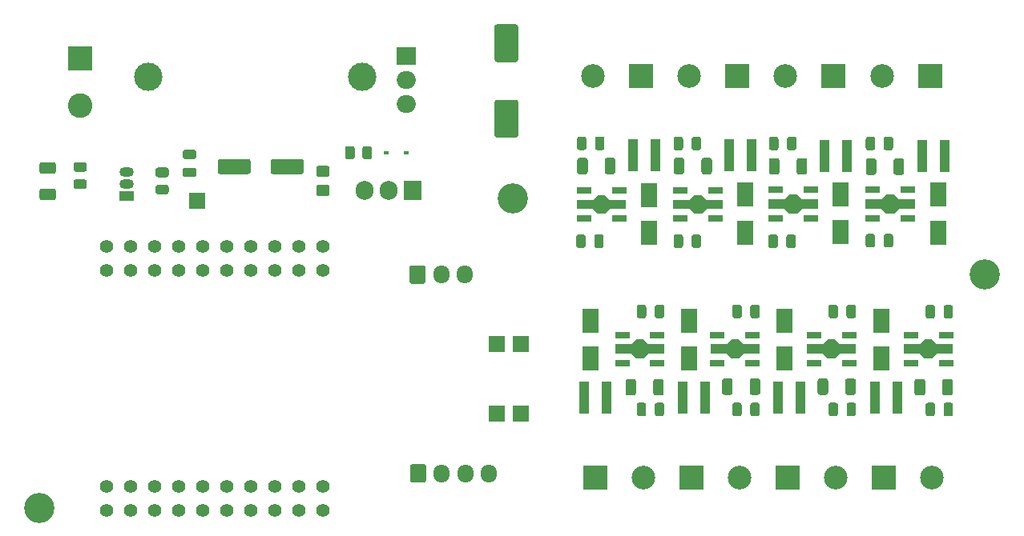
<source format=gts>
G04 #@! TF.GenerationSoftware,KiCad,Pcbnew,5.1.12-84ad8e8a86~92~ubuntu20.04.1*
G04 #@! TF.CreationDate,2021-11-06T00:10:49+01:00*
G04 #@! TF.ProjectId,CC dimmer low voltage,43432064-696d-46d6-9572-206c6f772076,0.98*
G04 #@! TF.SameCoordinates,Original*
G04 #@! TF.FileFunction,Soldermask,Top*
G04 #@! TF.FilePolarity,Negative*
%FSLAX46Y46*%
G04 Gerber Fmt 4.6, Leading zero omitted, Abs format (unit mm)*
G04 Created by KiCad (PCBNEW 5.1.12-84ad8e8a86~92~ubuntu20.04.1) date 2021-11-06 00:10:49*
%MOMM*%
%LPD*%
G01*
G04 APERTURE LIST*
%ADD10R,0.980000X3.400000*%
%ADD11C,3.000000*%
%ADD12R,1.700000X1.700000*%
%ADD13R,1.800000X2.500000*%
%ADD14C,3.200000*%
%ADD15R,0.600000X0.450000*%
%ADD16O,1.700000X1.950000*%
%ADD17O,2.000000X1.905000*%
%ADD18R,2.000000X1.905000*%
%ADD19O,1.500000X1.050000*%
%ADD20R,1.500000X1.050000*%
%ADD21R,1.905000X2.000000*%
%ADD22O,1.905000X2.000000*%
%ADD23R,2.600000X2.600000*%
%ADD24C,2.600000*%
%ADD25R,1.500000X0.700000*%
%ADD26C,0.150000*%
%ADD27C,1.400000*%
%ADD28C,2.500000*%
%ADD29R,2.500000X2.500000*%
G04 APERTURE END LIST*
G36*
G01*
X159235200Y-98516200D02*
X159235200Y-97566200D01*
G75*
G02*
X159485200Y-97316200I250000J0D01*
G01*
X159985200Y-97316200D01*
G75*
G02*
X160235200Y-97566200I0J-250000D01*
G01*
X160235200Y-98516200D01*
G75*
G02*
X159985200Y-98766200I-250000J0D01*
G01*
X159485200Y-98766200D01*
G75*
G02*
X159235200Y-98516200I0J250000D01*
G01*
G37*
G36*
G01*
X157335200Y-98516200D02*
X157335200Y-97566200D01*
G75*
G02*
X157585200Y-97316200I250000J0D01*
G01*
X158085200Y-97316200D01*
G75*
G02*
X158335200Y-97566200I0J-250000D01*
G01*
X158335200Y-98516200D01*
G75*
G02*
X158085200Y-98766200I-250000J0D01*
G01*
X157585200Y-98766200D01*
G75*
G02*
X157335200Y-98516200I0J250000D01*
G01*
G37*
D10*
X158159000Y-114576600D03*
X160529000Y-114576600D03*
X168547600Y-114576600D03*
X170917600Y-114576600D03*
X178665600Y-114576600D03*
X181035600Y-114576600D03*
X188893000Y-114576600D03*
X191263000Y-114576600D03*
X196266800Y-88998800D03*
X193896800Y-88998800D03*
X185929000Y-88998800D03*
X183559000Y-88998800D03*
X175845200Y-88948000D03*
X173475200Y-88948000D03*
X165659800Y-88973400D03*
X163289800Y-88973400D03*
D11*
X134731400Y-80642200D03*
X112131400Y-80642200D03*
D12*
X151492000Y-116325000D03*
X151502000Y-108905000D03*
D13*
X189570000Y-106429800D03*
X189570000Y-110429800D03*
D14*
X150652000Y-93545000D03*
D13*
X169224600Y-110429800D03*
X169224600Y-106429800D03*
G36*
G01*
X157411400Y-88153000D02*
X157411400Y-87203000D01*
G75*
G02*
X157661400Y-86953000I250000J0D01*
G01*
X158161400Y-86953000D01*
G75*
G02*
X158411400Y-87203000I0J-250000D01*
G01*
X158411400Y-88153000D01*
G75*
G02*
X158161400Y-88403000I-250000J0D01*
G01*
X157661400Y-88403000D01*
G75*
G02*
X157411400Y-88153000I0J250000D01*
G01*
G37*
G36*
G01*
X159311400Y-88153000D02*
X159311400Y-87203000D01*
G75*
G02*
X159561400Y-86953000I250000J0D01*
G01*
X160061400Y-86953000D01*
G75*
G02*
X160311400Y-87203000I0J-250000D01*
G01*
X160311400Y-88153000D01*
G75*
G02*
X160061400Y-88403000I-250000J0D01*
G01*
X159561400Y-88403000D01*
G75*
G02*
X159311400Y-88153000I0J250000D01*
G01*
G37*
G36*
G01*
X167622200Y-98516200D02*
X167622200Y-97566200D01*
G75*
G02*
X167872200Y-97316200I250000J0D01*
G01*
X168372200Y-97316200D01*
G75*
G02*
X168622200Y-97566200I0J-250000D01*
G01*
X168622200Y-98516200D01*
G75*
G02*
X168372200Y-98766200I-250000J0D01*
G01*
X167872200Y-98766200D01*
G75*
G02*
X167622200Y-98516200I0J250000D01*
G01*
G37*
G36*
G01*
X169522200Y-98516200D02*
X169522200Y-97566200D01*
G75*
G02*
X169772200Y-97316200I250000J0D01*
G01*
X170272200Y-97316200D01*
G75*
G02*
X170522200Y-97566200I0J-250000D01*
G01*
X170522200Y-98516200D01*
G75*
G02*
X170272200Y-98766200I-250000J0D01*
G01*
X169772200Y-98766200D01*
G75*
G02*
X169522200Y-98516200I0J250000D01*
G01*
G37*
G36*
G01*
X167622200Y-88178400D02*
X167622200Y-87228400D01*
G75*
G02*
X167872200Y-86978400I250000J0D01*
G01*
X168372200Y-86978400D01*
G75*
G02*
X168622200Y-87228400I0J-250000D01*
G01*
X168622200Y-88178400D01*
G75*
G02*
X168372200Y-88428400I-250000J0D01*
G01*
X167872200Y-88428400D01*
G75*
G02*
X167622200Y-88178400I0J250000D01*
G01*
G37*
G36*
G01*
X169522200Y-88178400D02*
X169522200Y-87228400D01*
G75*
G02*
X169772200Y-86978400I250000J0D01*
G01*
X170272200Y-86978400D01*
G75*
G02*
X170522200Y-87228400I0J-250000D01*
G01*
X170522200Y-88178400D01*
G75*
G02*
X170272200Y-88428400I-250000J0D01*
G01*
X169772200Y-88428400D01*
G75*
G02*
X169522200Y-88178400I0J250000D01*
G01*
G37*
G36*
G01*
X177629800Y-98516200D02*
X177629800Y-97566200D01*
G75*
G02*
X177879800Y-97316200I250000J0D01*
G01*
X178379800Y-97316200D01*
G75*
G02*
X178629800Y-97566200I0J-250000D01*
G01*
X178629800Y-98516200D01*
G75*
G02*
X178379800Y-98766200I-250000J0D01*
G01*
X177879800Y-98766200D01*
G75*
G02*
X177629800Y-98516200I0J250000D01*
G01*
G37*
G36*
G01*
X179529800Y-98516200D02*
X179529800Y-97566200D01*
G75*
G02*
X179779800Y-97316200I250000J0D01*
G01*
X180279800Y-97316200D01*
G75*
G02*
X180529800Y-97566200I0J-250000D01*
G01*
X180529800Y-98516200D01*
G75*
G02*
X180279800Y-98766200I-250000J0D01*
G01*
X179779800Y-98766200D01*
G75*
G02*
X179529800Y-98516200I0J250000D01*
G01*
G37*
G36*
G01*
X179606000Y-88178400D02*
X179606000Y-87228400D01*
G75*
G02*
X179856000Y-86978400I250000J0D01*
G01*
X180356000Y-86978400D01*
G75*
G02*
X180606000Y-87228400I0J-250000D01*
G01*
X180606000Y-88178400D01*
G75*
G02*
X180356000Y-88428400I-250000J0D01*
G01*
X179856000Y-88428400D01*
G75*
G02*
X179606000Y-88178400I0J250000D01*
G01*
G37*
G36*
G01*
X177706000Y-88178400D02*
X177706000Y-87228400D01*
G75*
G02*
X177956000Y-86978400I250000J0D01*
G01*
X178456000Y-86978400D01*
G75*
G02*
X178706000Y-87228400I0J-250000D01*
G01*
X178706000Y-88178400D01*
G75*
G02*
X178456000Y-88428400I-250000J0D01*
G01*
X177956000Y-88428400D01*
G75*
G02*
X177706000Y-88178400I0J250000D01*
G01*
G37*
G36*
G01*
X189816800Y-98465400D02*
X189816800Y-97515400D01*
G75*
G02*
X190066800Y-97265400I250000J0D01*
G01*
X190566800Y-97265400D01*
G75*
G02*
X190816800Y-97515400I0J-250000D01*
G01*
X190816800Y-98465400D01*
G75*
G02*
X190566800Y-98715400I-250000J0D01*
G01*
X190066800Y-98715400D01*
G75*
G02*
X189816800Y-98465400I0J250000D01*
G01*
G37*
G36*
G01*
X187916800Y-98465400D02*
X187916800Y-97515400D01*
G75*
G02*
X188166800Y-97265400I250000J0D01*
G01*
X188666800Y-97265400D01*
G75*
G02*
X188916800Y-97515400I0J-250000D01*
G01*
X188916800Y-98465400D01*
G75*
G02*
X188666800Y-98715400I-250000J0D01*
G01*
X188166800Y-98715400D01*
G75*
G02*
X187916800Y-98465400I0J250000D01*
G01*
G37*
G36*
G01*
X187916800Y-88178400D02*
X187916800Y-87228400D01*
G75*
G02*
X188166800Y-86978400I250000J0D01*
G01*
X188666800Y-86978400D01*
G75*
G02*
X188916800Y-87228400I0J-250000D01*
G01*
X188916800Y-88178400D01*
G75*
G02*
X188666800Y-88428400I-250000J0D01*
G01*
X188166800Y-88428400D01*
G75*
G02*
X187916800Y-88178400I0J250000D01*
G01*
G37*
G36*
G01*
X189816800Y-88178400D02*
X189816800Y-87228400D01*
G75*
G02*
X190066800Y-86978400I250000J0D01*
G01*
X190566800Y-86978400D01*
G75*
G02*
X190816800Y-87228400I0J-250000D01*
G01*
X190816800Y-88178400D01*
G75*
G02*
X190566800Y-88428400I-250000J0D01*
G01*
X190066800Y-88428400D01*
G75*
G02*
X189816800Y-88178400I0J250000D01*
G01*
G37*
G36*
G01*
X195241400Y-105033800D02*
X195241400Y-105983800D01*
G75*
G02*
X194991400Y-106233800I-250000J0D01*
G01*
X194491400Y-106233800D01*
G75*
G02*
X194241400Y-105983800I0J250000D01*
G01*
X194241400Y-105033800D01*
G75*
G02*
X194491400Y-104783800I250000J0D01*
G01*
X194991400Y-104783800D01*
G75*
G02*
X195241400Y-105033800I0J-250000D01*
G01*
G37*
G36*
G01*
X197141400Y-105033800D02*
X197141400Y-105983800D01*
G75*
G02*
X196891400Y-106233800I-250000J0D01*
G01*
X196391400Y-106233800D01*
G75*
G02*
X196141400Y-105983800I0J250000D01*
G01*
X196141400Y-105033800D01*
G75*
G02*
X196391400Y-104783800I250000J0D01*
G01*
X196891400Y-104783800D01*
G75*
G02*
X197141400Y-105033800I0J-250000D01*
G01*
G37*
G36*
G01*
X197141400Y-115371600D02*
X197141400Y-116321600D01*
G75*
G02*
X196891400Y-116571600I-250000J0D01*
G01*
X196391400Y-116571600D01*
G75*
G02*
X196141400Y-116321600I0J250000D01*
G01*
X196141400Y-115371600D01*
G75*
G02*
X196391400Y-115121600I250000J0D01*
G01*
X196891400Y-115121600D01*
G75*
G02*
X197141400Y-115371600I0J-250000D01*
G01*
G37*
G36*
G01*
X195241400Y-115371600D02*
X195241400Y-116321600D01*
G75*
G02*
X194991400Y-116571600I-250000J0D01*
G01*
X194491400Y-116571600D01*
G75*
G02*
X194241400Y-116321600I0J250000D01*
G01*
X194241400Y-115371600D01*
G75*
G02*
X194491400Y-115121600I250000J0D01*
G01*
X194991400Y-115121600D01*
G75*
G02*
X195241400Y-115371600I0J-250000D01*
G01*
G37*
G36*
G01*
X184979800Y-105008400D02*
X184979800Y-105958400D01*
G75*
G02*
X184729800Y-106208400I-250000J0D01*
G01*
X184229800Y-106208400D01*
G75*
G02*
X183979800Y-105958400I0J250000D01*
G01*
X183979800Y-105008400D01*
G75*
G02*
X184229800Y-104758400I250000J0D01*
G01*
X184729800Y-104758400D01*
G75*
G02*
X184979800Y-105008400I0J-250000D01*
G01*
G37*
G36*
G01*
X186879800Y-105008400D02*
X186879800Y-105958400D01*
G75*
G02*
X186629800Y-106208400I-250000J0D01*
G01*
X186129800Y-106208400D01*
G75*
G02*
X185879800Y-105958400I0J250000D01*
G01*
X185879800Y-105008400D01*
G75*
G02*
X186129800Y-104758400I250000J0D01*
G01*
X186629800Y-104758400D01*
G75*
G02*
X186879800Y-105008400I0J-250000D01*
G01*
G37*
G36*
G01*
X184995000Y-115371600D02*
X184995000Y-116321600D01*
G75*
G02*
X184745000Y-116571600I-250000J0D01*
G01*
X184245000Y-116571600D01*
G75*
G02*
X183995000Y-116321600I0J250000D01*
G01*
X183995000Y-115371600D01*
G75*
G02*
X184245000Y-115121600I250000J0D01*
G01*
X184745000Y-115121600D01*
G75*
G02*
X184995000Y-115371600I0J-250000D01*
G01*
G37*
G36*
G01*
X186895000Y-115371600D02*
X186895000Y-116321600D01*
G75*
G02*
X186645000Y-116571600I-250000J0D01*
G01*
X186145000Y-116571600D01*
G75*
G02*
X185895000Y-116321600I0J250000D01*
G01*
X185895000Y-115371600D01*
G75*
G02*
X186145000Y-115121600I250000J0D01*
G01*
X186645000Y-115121600D01*
G75*
G02*
X186895000Y-115371600I0J-250000D01*
G01*
G37*
G36*
G01*
X176719800Y-105008400D02*
X176719800Y-105958400D01*
G75*
G02*
X176469800Y-106208400I-250000J0D01*
G01*
X175969800Y-106208400D01*
G75*
G02*
X175719800Y-105958400I0J250000D01*
G01*
X175719800Y-105008400D01*
G75*
G02*
X175969800Y-104758400I250000J0D01*
G01*
X176469800Y-104758400D01*
G75*
G02*
X176719800Y-105008400I0J-250000D01*
G01*
G37*
G36*
G01*
X174819800Y-105008400D02*
X174819800Y-105958400D01*
G75*
G02*
X174569800Y-106208400I-250000J0D01*
G01*
X174069800Y-106208400D01*
G75*
G02*
X173819800Y-105958400I0J250000D01*
G01*
X173819800Y-105008400D01*
G75*
G02*
X174069800Y-104758400I250000J0D01*
G01*
X174569800Y-104758400D01*
G75*
G02*
X174819800Y-105008400I0J-250000D01*
G01*
G37*
G36*
G01*
X174819800Y-115371600D02*
X174819800Y-116321600D01*
G75*
G02*
X174569800Y-116571600I-250000J0D01*
G01*
X174069800Y-116571600D01*
G75*
G02*
X173819800Y-116321600I0J250000D01*
G01*
X173819800Y-115371600D01*
G75*
G02*
X174069800Y-115121600I250000J0D01*
G01*
X174569800Y-115121600D01*
G75*
G02*
X174819800Y-115371600I0J-250000D01*
G01*
G37*
G36*
G01*
X176719800Y-115371600D02*
X176719800Y-116321600D01*
G75*
G02*
X176469800Y-116571600I-250000J0D01*
G01*
X175969800Y-116571600D01*
G75*
G02*
X175719800Y-116321600I0J250000D01*
G01*
X175719800Y-115371600D01*
G75*
G02*
X175969800Y-115121600I250000J0D01*
G01*
X176469800Y-115121600D01*
G75*
G02*
X176719800Y-115371600I0J-250000D01*
G01*
G37*
G36*
G01*
X164736000Y-105008400D02*
X164736000Y-105958400D01*
G75*
G02*
X164486000Y-106208400I-250000J0D01*
G01*
X163986000Y-106208400D01*
G75*
G02*
X163736000Y-105958400I0J250000D01*
G01*
X163736000Y-105008400D01*
G75*
G02*
X163986000Y-104758400I250000J0D01*
G01*
X164486000Y-104758400D01*
G75*
G02*
X164736000Y-105008400I0J-250000D01*
G01*
G37*
G36*
G01*
X166636000Y-105008400D02*
X166636000Y-105958400D01*
G75*
G02*
X166386000Y-106208400I-250000J0D01*
G01*
X165886000Y-106208400D01*
G75*
G02*
X165636000Y-105958400I0J250000D01*
G01*
X165636000Y-105008400D01*
G75*
G02*
X165886000Y-104758400I250000J0D01*
G01*
X166386000Y-104758400D01*
G75*
G02*
X166636000Y-105008400I0J-250000D01*
G01*
G37*
G36*
G01*
X166625800Y-115371600D02*
X166625800Y-116321600D01*
G75*
G02*
X166375800Y-116571600I-250000J0D01*
G01*
X165875800Y-116571600D01*
G75*
G02*
X165625800Y-116321600I0J250000D01*
G01*
X165625800Y-115371600D01*
G75*
G02*
X165875800Y-115121600I250000J0D01*
G01*
X166375800Y-115121600D01*
G75*
G02*
X166625800Y-115371600I0J-250000D01*
G01*
G37*
G36*
G01*
X164725800Y-115371600D02*
X164725800Y-116321600D01*
G75*
G02*
X164475800Y-116571600I-250000J0D01*
G01*
X163975800Y-116571600D01*
G75*
G02*
X163725800Y-116321600I0J250000D01*
G01*
X163725800Y-115371600D01*
G75*
G02*
X163975800Y-115121600I250000J0D01*
G01*
X164475800Y-115121600D01*
G75*
G02*
X164725800Y-115371600I0J-250000D01*
G01*
G37*
G36*
G01*
X150946000Y-87074000D02*
X148946000Y-87074000D01*
G75*
G02*
X148696000Y-86824000I0J250000D01*
G01*
X148696000Y-83324000D01*
G75*
G02*
X148946000Y-83074000I250000J0D01*
G01*
X150946000Y-83074000D01*
G75*
G02*
X151196000Y-83324000I0J-250000D01*
G01*
X151196000Y-86824000D01*
G75*
G02*
X150946000Y-87074000I-250000J0D01*
G01*
G37*
G36*
G01*
X150946000Y-79074000D02*
X148946000Y-79074000D01*
G75*
G02*
X148696000Y-78824000I0J250000D01*
G01*
X148696000Y-75324000D01*
G75*
G02*
X148946000Y-75074000I250000J0D01*
G01*
X150946000Y-75074000D01*
G75*
G02*
X151196000Y-75324000I0J-250000D01*
G01*
X151196000Y-78824000D01*
G75*
G02*
X150946000Y-79074000I-250000J0D01*
G01*
G37*
G36*
G01*
X128537200Y-89591800D02*
X128537200Y-90691800D01*
G75*
G02*
X128287200Y-90941800I-250000J0D01*
G01*
X125287200Y-90941800D01*
G75*
G02*
X125037200Y-90691800I0J250000D01*
G01*
X125037200Y-89591800D01*
G75*
G02*
X125287200Y-89341800I250000J0D01*
G01*
X128287200Y-89341800D01*
G75*
G02*
X128537200Y-89591800I0J-250000D01*
G01*
G37*
G36*
G01*
X122937200Y-89591800D02*
X122937200Y-90691800D01*
G75*
G02*
X122687200Y-90941800I-250000J0D01*
G01*
X119687200Y-90941800D01*
G75*
G02*
X119437200Y-90691800I0J250000D01*
G01*
X119437200Y-89591800D01*
G75*
G02*
X119687200Y-89341800I250000J0D01*
G01*
X122687200Y-89341800D01*
G75*
G02*
X122937200Y-89591800I0J-250000D01*
G01*
G37*
G36*
G01*
X116943800Y-91261600D02*
X115993800Y-91261600D01*
G75*
G02*
X115743800Y-91011600I0J250000D01*
G01*
X115743800Y-90511600D01*
G75*
G02*
X115993800Y-90261600I250000J0D01*
G01*
X116943800Y-90261600D01*
G75*
G02*
X117193800Y-90511600I0J-250000D01*
G01*
X117193800Y-91011600D01*
G75*
G02*
X116943800Y-91261600I-250000J0D01*
G01*
G37*
G36*
G01*
X116943800Y-89361600D02*
X115993800Y-89361600D01*
G75*
G02*
X115743800Y-89111600I0J250000D01*
G01*
X115743800Y-88611600D01*
G75*
G02*
X115993800Y-88361600I250000J0D01*
G01*
X116943800Y-88361600D01*
G75*
G02*
X117193800Y-88611600I0J-250000D01*
G01*
X117193800Y-89111600D01*
G75*
G02*
X116943800Y-89361600I-250000J0D01*
G01*
G37*
X164982800Y-97145600D03*
X164982800Y-93145600D03*
X175219000Y-97120200D03*
X175219000Y-93120200D03*
X185226600Y-97094800D03*
X185226600Y-93094800D03*
X195615200Y-93120200D03*
X195615200Y-97120200D03*
X179359200Y-110429800D03*
X179359200Y-106429800D03*
X158836000Y-110455200D03*
X158836000Y-106455200D03*
D15*
X139337400Y-88668600D03*
X137237400Y-88668600D03*
G36*
G01*
X102107800Y-93716200D02*
X100857800Y-93716200D01*
G75*
G02*
X100607800Y-93466200I0J250000D01*
G01*
X100607800Y-92716200D01*
G75*
G02*
X100857800Y-92466200I250000J0D01*
G01*
X102107800Y-92466200D01*
G75*
G02*
X102357800Y-92716200I0J-250000D01*
G01*
X102357800Y-93466200D01*
G75*
G02*
X102107800Y-93716200I-250000J0D01*
G01*
G37*
G36*
G01*
X102107800Y-90916200D02*
X100857800Y-90916200D01*
G75*
G02*
X100607800Y-90666200I0J250000D01*
G01*
X100607800Y-89916200D01*
G75*
G02*
X100857800Y-89666200I250000J0D01*
G01*
X102107800Y-89666200D01*
G75*
G02*
X102357800Y-89916200I0J-250000D01*
G01*
X102357800Y-90666200D01*
G75*
G02*
X102107800Y-90916200I-250000J0D01*
G01*
G37*
G36*
G01*
X130115799Y-90056400D02*
X131015801Y-90056400D01*
G75*
G02*
X131265800Y-90306399I0J-249999D01*
G01*
X131265800Y-91006401D01*
G75*
G02*
X131015801Y-91256400I-249999J0D01*
G01*
X130115799Y-91256400D01*
G75*
G02*
X129865800Y-91006401I0J249999D01*
G01*
X129865800Y-90306399D01*
G75*
G02*
X130115799Y-90056400I249999J0D01*
G01*
G37*
G36*
G01*
X130115799Y-92056400D02*
X131015801Y-92056400D01*
G75*
G02*
X131265800Y-92306399I0J-249999D01*
G01*
X131265800Y-93006401D01*
G75*
G02*
X131015801Y-93256400I-249999J0D01*
G01*
X130115799Y-93256400D01*
G75*
G02*
X129865800Y-93006401I0J249999D01*
G01*
X129865800Y-92306399D01*
G75*
G02*
X130115799Y-92056400I249999J0D01*
G01*
G37*
D14*
X100619200Y-126286000D03*
X200466600Y-101521000D03*
G36*
G01*
X139702000Y-102300000D02*
X139702000Y-100850000D01*
G75*
G02*
X139952000Y-100600000I250000J0D01*
G01*
X141152000Y-100600000D01*
G75*
G02*
X141402000Y-100850000I0J-250000D01*
G01*
X141402000Y-102300000D01*
G75*
G02*
X141152000Y-102550000I-250000J0D01*
G01*
X139952000Y-102550000D01*
G75*
G02*
X139702000Y-102300000I0J250000D01*
G01*
G37*
D16*
X143052000Y-101575000D03*
X145552000Y-101575000D03*
G36*
G01*
X139772000Y-123330000D02*
X139772000Y-121880000D01*
G75*
G02*
X140022000Y-121630000I250000J0D01*
G01*
X141222000Y-121630000D01*
G75*
G02*
X141472000Y-121880000I0J-250000D01*
G01*
X141472000Y-123330000D01*
G75*
G02*
X141222000Y-123580000I-250000J0D01*
G01*
X140022000Y-123580000D01*
G75*
G02*
X139772000Y-123330000I0J250000D01*
G01*
G37*
X143122000Y-122605000D03*
X145622000Y-122605000D03*
X148122000Y-122605000D03*
D12*
X148962000Y-108905000D03*
X148952000Y-116325000D03*
X117230800Y-93774000D03*
D17*
X139354200Y-83487000D03*
X139354200Y-80947000D03*
D18*
X139354200Y-78407000D03*
G36*
G01*
X157420600Y-90716003D02*
X157420600Y-89465997D01*
G75*
G02*
X157670597Y-89216000I249997J0D01*
G01*
X158295603Y-89216000D01*
G75*
G02*
X158545600Y-89465997I0J-249997D01*
G01*
X158545600Y-90716003D01*
G75*
G02*
X158295603Y-90966000I-249997J0D01*
G01*
X157670597Y-90966000D01*
G75*
G02*
X157420600Y-90716003I0J249997D01*
G01*
G37*
G36*
G01*
X160345600Y-90716003D02*
X160345600Y-89465997D01*
G75*
G02*
X160595597Y-89216000I249997J0D01*
G01*
X161220603Y-89216000D01*
G75*
G02*
X161470600Y-89465997I0J-249997D01*
G01*
X161470600Y-90716003D01*
G75*
G02*
X161220603Y-90966000I-249997J0D01*
G01*
X160595597Y-90966000D01*
G75*
G02*
X160345600Y-90716003I0J249997D01*
G01*
G37*
G36*
G01*
X170556400Y-90716003D02*
X170556400Y-89465997D01*
G75*
G02*
X170806397Y-89216000I249997J0D01*
G01*
X171431403Y-89216000D01*
G75*
G02*
X171681400Y-89465997I0J-249997D01*
G01*
X171681400Y-90716003D01*
G75*
G02*
X171431403Y-90966000I-249997J0D01*
G01*
X170806397Y-90966000D01*
G75*
G02*
X170556400Y-90716003I0J249997D01*
G01*
G37*
G36*
G01*
X167631400Y-90716003D02*
X167631400Y-89465997D01*
G75*
G02*
X167881397Y-89216000I249997J0D01*
G01*
X168506403Y-89216000D01*
G75*
G02*
X168756400Y-89465997I0J-249997D01*
G01*
X168756400Y-90716003D01*
G75*
G02*
X168506403Y-90966000I-249997J0D01*
G01*
X167881397Y-90966000D01*
G75*
G02*
X167631400Y-90716003I0J249997D01*
G01*
G37*
G36*
G01*
X180614800Y-90741403D02*
X180614800Y-89491397D01*
G75*
G02*
X180864797Y-89241400I249997J0D01*
G01*
X181489803Y-89241400D01*
G75*
G02*
X181739800Y-89491397I0J-249997D01*
G01*
X181739800Y-90741403D01*
G75*
G02*
X181489803Y-90991400I-249997J0D01*
G01*
X180864797Y-90991400D01*
G75*
G02*
X180614800Y-90741403I0J249997D01*
G01*
G37*
G36*
G01*
X177689800Y-90741403D02*
X177689800Y-89491397D01*
G75*
G02*
X177939797Y-89241400I249997J0D01*
G01*
X178564803Y-89241400D01*
G75*
G02*
X178814800Y-89491397I0J-249997D01*
G01*
X178814800Y-90741403D01*
G75*
G02*
X178564803Y-90991400I-249997J0D01*
G01*
X177939797Y-90991400D01*
G75*
G02*
X177689800Y-90741403I0J249997D01*
G01*
G37*
G36*
G01*
X187926000Y-90766803D02*
X187926000Y-89516797D01*
G75*
G02*
X188175997Y-89266800I249997J0D01*
G01*
X188801003Y-89266800D01*
G75*
G02*
X189051000Y-89516797I0J-249997D01*
G01*
X189051000Y-90766803D01*
G75*
G02*
X188801003Y-91016800I-249997J0D01*
G01*
X188175997Y-91016800D01*
G75*
G02*
X187926000Y-90766803I0J249997D01*
G01*
G37*
G36*
G01*
X190851000Y-90766803D02*
X190851000Y-89516797D01*
G75*
G02*
X191100997Y-89266800I249997J0D01*
G01*
X191726003Y-89266800D01*
G75*
G02*
X191976000Y-89516797I0J-249997D01*
G01*
X191976000Y-90766803D01*
G75*
G02*
X191726003Y-91016800I-249997J0D01*
G01*
X191100997Y-91016800D01*
G75*
G02*
X190851000Y-90766803I0J249997D01*
G01*
G37*
G36*
G01*
X194202000Y-112869997D02*
X194202000Y-114120003D01*
G75*
G02*
X193952003Y-114370000I-249997J0D01*
G01*
X193326997Y-114370000D01*
G75*
G02*
X193077000Y-114120003I0J249997D01*
G01*
X193077000Y-112869997D01*
G75*
G02*
X193326997Y-112620000I249997J0D01*
G01*
X193952003Y-112620000D01*
G75*
G02*
X194202000Y-112869997I0J-249997D01*
G01*
G37*
G36*
G01*
X197127000Y-112869997D02*
X197127000Y-114120003D01*
G75*
G02*
X196877003Y-114370000I-249997J0D01*
G01*
X196251997Y-114370000D01*
G75*
G02*
X196002000Y-114120003I0J249997D01*
G01*
X196002000Y-112869997D01*
G75*
G02*
X196251997Y-112620000I249997J0D01*
G01*
X196877003Y-112620000D01*
G75*
G02*
X197127000Y-112869997I0J-249997D01*
G01*
G37*
G36*
G01*
X186881300Y-112808597D02*
X186881300Y-114058603D01*
G75*
G02*
X186631303Y-114308600I-249997J0D01*
G01*
X186006297Y-114308600D01*
G75*
G02*
X185756300Y-114058603I0J249997D01*
G01*
X185756300Y-112808597D01*
G75*
G02*
X186006297Y-112558600I249997J0D01*
G01*
X186631303Y-112558600D01*
G75*
G02*
X186881300Y-112808597I0J-249997D01*
G01*
G37*
G36*
G01*
X183956300Y-112808597D02*
X183956300Y-114058603D01*
G75*
G02*
X183706303Y-114308600I-249997J0D01*
G01*
X183081297Y-114308600D01*
G75*
G02*
X182831300Y-114058603I0J249997D01*
G01*
X182831300Y-112808597D01*
G75*
G02*
X183081297Y-112558600I249997J0D01*
G01*
X183706303Y-112558600D01*
G75*
G02*
X183956300Y-112808597I0J-249997D01*
G01*
G37*
G36*
G01*
X173852000Y-112808597D02*
X173852000Y-114058603D01*
G75*
G02*
X173602003Y-114308600I-249997J0D01*
G01*
X172976997Y-114308600D01*
G75*
G02*
X172727000Y-114058603I0J249997D01*
G01*
X172727000Y-112808597D01*
G75*
G02*
X172976997Y-112558600I249997J0D01*
G01*
X173602003Y-112558600D01*
G75*
G02*
X173852000Y-112808597I0J-249997D01*
G01*
G37*
G36*
G01*
X176777000Y-112808597D02*
X176777000Y-114058603D01*
G75*
G02*
X176527003Y-114308600I-249997J0D01*
G01*
X175901997Y-114308600D01*
G75*
G02*
X175652000Y-114058603I0J249997D01*
G01*
X175652000Y-112808597D01*
G75*
G02*
X175901997Y-112558600I249997J0D01*
G01*
X176527003Y-112558600D01*
G75*
G02*
X176777000Y-112808597I0J-249997D01*
G01*
G37*
G36*
G01*
X166577000Y-112869997D02*
X166577000Y-114120003D01*
G75*
G02*
X166327003Y-114370000I-249997J0D01*
G01*
X165701997Y-114370000D01*
G75*
G02*
X165452000Y-114120003I0J249997D01*
G01*
X165452000Y-112869997D01*
G75*
G02*
X165701997Y-112620000I249997J0D01*
G01*
X166327003Y-112620000D01*
G75*
G02*
X166577000Y-112869997I0J-249997D01*
G01*
G37*
G36*
G01*
X163652000Y-112869997D02*
X163652000Y-114120003D01*
G75*
G02*
X163402003Y-114370000I-249997J0D01*
G01*
X162776997Y-114370000D01*
G75*
G02*
X162527000Y-114120003I0J249997D01*
G01*
X162527000Y-112869997D01*
G75*
G02*
X162776997Y-112620000I249997J0D01*
G01*
X163402003Y-112620000D01*
G75*
G02*
X163652000Y-112869997I0J-249997D01*
G01*
G37*
G36*
G01*
X113123198Y-90240800D02*
X114023202Y-90240800D01*
G75*
G02*
X114273200Y-90490798I0J-249998D01*
G01*
X114273200Y-91015802D01*
G75*
G02*
X114023202Y-91265800I-249998J0D01*
G01*
X113123198Y-91265800D01*
G75*
G02*
X112873200Y-91015802I0J249998D01*
G01*
X112873200Y-90490798D01*
G75*
G02*
X113123198Y-90240800I249998J0D01*
G01*
G37*
G36*
G01*
X113123198Y-92065800D02*
X114023202Y-92065800D01*
G75*
G02*
X114273200Y-92315798I0J-249998D01*
G01*
X114273200Y-92840802D01*
G75*
G02*
X114023202Y-93090800I-249998J0D01*
G01*
X113123198Y-93090800D01*
G75*
G02*
X112873200Y-92840802I0J249998D01*
G01*
X112873200Y-92315798D01*
G75*
G02*
X113123198Y-92065800I249998J0D01*
G01*
G37*
G36*
G01*
X133925000Y-88218598D02*
X133925000Y-89118602D01*
G75*
G02*
X133675002Y-89368600I-249998J0D01*
G01*
X133149998Y-89368600D01*
G75*
G02*
X132900000Y-89118602I0J249998D01*
G01*
X132900000Y-88218598D01*
G75*
G02*
X133149998Y-87968600I249998J0D01*
G01*
X133675002Y-87968600D01*
G75*
G02*
X133925000Y-88218598I0J-249998D01*
G01*
G37*
G36*
G01*
X135750000Y-88218598D02*
X135750000Y-89118602D01*
G75*
G02*
X135500002Y-89368600I-249998J0D01*
G01*
X134974998Y-89368600D01*
G75*
G02*
X134725000Y-89118602I0J249998D01*
G01*
X134725000Y-88218598D01*
G75*
G02*
X134974998Y-87968600I249998J0D01*
G01*
X135500002Y-87968600D01*
G75*
G02*
X135750000Y-88218598I0J-249998D01*
G01*
G37*
G36*
G01*
X105361802Y-92506600D02*
X104461798Y-92506600D01*
G75*
G02*
X104211800Y-92256602I0J249998D01*
G01*
X104211800Y-91731598D01*
G75*
G02*
X104461798Y-91481600I249998J0D01*
G01*
X105361802Y-91481600D01*
G75*
G02*
X105611800Y-91731598I0J-249998D01*
G01*
X105611800Y-92256602D01*
G75*
G02*
X105361802Y-92506600I-249998J0D01*
G01*
G37*
G36*
G01*
X105361802Y-90681600D02*
X104461798Y-90681600D01*
G75*
G02*
X104211800Y-90431602I0J249998D01*
G01*
X104211800Y-89906598D01*
G75*
G02*
X104461798Y-89656600I249998J0D01*
G01*
X105361802Y-89656600D01*
G75*
G02*
X105611800Y-89906598I0J-249998D01*
G01*
X105611800Y-90431602D01*
G75*
G02*
X105361802Y-90681600I-249998J0D01*
G01*
G37*
D19*
X109839400Y-91996000D03*
X109839400Y-90726000D03*
D20*
X109839400Y-93266000D03*
D21*
X140040000Y-92681800D03*
D22*
X137500000Y-92681800D03*
X134960000Y-92681800D03*
D23*
X104932000Y-78685000D03*
D24*
X104932000Y-83685000D03*
D25*
X158152000Y-95645000D03*
X158152000Y-92645000D03*
X161852000Y-95645000D03*
X161852000Y-92645000D03*
D26*
G36*
X159102000Y-94645000D02*
G01*
X157402000Y-94645000D01*
X157402000Y-93645000D01*
X159102000Y-93645000D01*
X159602000Y-93145000D01*
X160402000Y-93145000D01*
X160902000Y-93645000D01*
X162602000Y-93645000D01*
X162602000Y-94645000D01*
X160902000Y-94645000D01*
X160402000Y-95145000D01*
X159602000Y-95145000D01*
X159102000Y-94645000D01*
G37*
D25*
X168352000Y-95645000D03*
X168352000Y-92645000D03*
X172052000Y-95645000D03*
X172052000Y-92645000D03*
D26*
G36*
X169302000Y-94645000D02*
G01*
X167602000Y-94645000D01*
X167602000Y-93645000D01*
X169302000Y-93645000D01*
X169802000Y-93145000D01*
X170602000Y-93145000D01*
X171102000Y-93645000D01*
X172802000Y-93645000D01*
X172802000Y-94645000D01*
X171102000Y-94645000D01*
X170602000Y-95145000D01*
X169802000Y-95145000D01*
X169302000Y-94645000D01*
G37*
G36*
X179352000Y-94595000D02*
G01*
X177652000Y-94595000D01*
X177652000Y-93595000D01*
X179352000Y-93595000D01*
X179852000Y-93095000D01*
X180652000Y-93095000D01*
X181152000Y-93595000D01*
X182852000Y-93595000D01*
X182852000Y-94595000D01*
X181152000Y-94595000D01*
X180652000Y-95095000D01*
X179852000Y-95095000D01*
X179352000Y-94595000D01*
G37*
D25*
X182102000Y-92595000D03*
X182102000Y-95595000D03*
X178402000Y-92595000D03*
X178402000Y-95595000D03*
D26*
G36*
X189602000Y-94595000D02*
G01*
X187902000Y-94595000D01*
X187902000Y-93595000D01*
X189602000Y-93595000D01*
X190102000Y-93095000D01*
X190902000Y-93095000D01*
X191402000Y-93595000D01*
X193102000Y-93595000D01*
X193102000Y-94595000D01*
X191402000Y-94595000D01*
X190902000Y-95095000D01*
X190102000Y-95095000D01*
X189602000Y-94595000D01*
G37*
D25*
X192352000Y-92595000D03*
X192352000Y-95595000D03*
X188652000Y-92595000D03*
X188652000Y-95595000D03*
D26*
G36*
X195452000Y-108945000D02*
G01*
X197152000Y-108945000D01*
X197152000Y-109945000D01*
X195452000Y-109945000D01*
X194952000Y-110445000D01*
X194152000Y-110445000D01*
X193652000Y-109945000D01*
X191952000Y-109945000D01*
X191952000Y-108945000D01*
X193652000Y-108945000D01*
X194152000Y-108445000D01*
X194952000Y-108445000D01*
X195452000Y-108945000D01*
G37*
D25*
X192702000Y-110945000D03*
X192702000Y-107945000D03*
X196402000Y-110945000D03*
X196402000Y-107945000D03*
D26*
G36*
X185202000Y-108945000D02*
G01*
X186902000Y-108945000D01*
X186902000Y-109945000D01*
X185202000Y-109945000D01*
X184702000Y-110445000D01*
X183902000Y-110445000D01*
X183402000Y-109945000D01*
X181702000Y-109945000D01*
X181702000Y-108945000D01*
X183402000Y-108945000D01*
X183902000Y-108445000D01*
X184702000Y-108445000D01*
X185202000Y-108945000D01*
G37*
D25*
X182452000Y-110945000D03*
X182452000Y-107945000D03*
X186152000Y-110945000D03*
X186152000Y-107945000D03*
X175952000Y-107945000D03*
X175952000Y-110945000D03*
X172252000Y-107945000D03*
X172252000Y-110945000D03*
D26*
G36*
X175002000Y-108945000D02*
G01*
X176702000Y-108945000D01*
X176702000Y-109945000D01*
X175002000Y-109945000D01*
X174502000Y-110445000D01*
X173702000Y-110445000D01*
X173202000Y-109945000D01*
X171502000Y-109945000D01*
X171502000Y-108945000D01*
X173202000Y-108945000D01*
X173702000Y-108445000D01*
X174502000Y-108445000D01*
X175002000Y-108945000D01*
G37*
D25*
X165902000Y-107945000D03*
X165902000Y-110945000D03*
X162202000Y-107945000D03*
X162202000Y-110945000D03*
D26*
G36*
X164952000Y-108945000D02*
G01*
X166652000Y-108945000D01*
X166652000Y-109945000D01*
X164952000Y-109945000D01*
X164452000Y-110445000D01*
X163652000Y-110445000D01*
X163152000Y-109945000D01*
X161452000Y-109945000D01*
X161452000Y-108945000D01*
X163152000Y-108945000D01*
X163652000Y-108445000D01*
X164452000Y-108445000D01*
X164952000Y-108945000D01*
G37*
D27*
X107722000Y-124025000D03*
X107722000Y-126565000D03*
X110262000Y-126565000D03*
X110262000Y-124025000D03*
X112802000Y-126565000D03*
X112802000Y-124025000D03*
X115342000Y-126565000D03*
X115342000Y-124025000D03*
X117882000Y-126565000D03*
X117882000Y-124025000D03*
X120422000Y-126565000D03*
X120422000Y-124025000D03*
X122962000Y-126565000D03*
X122962000Y-124025000D03*
X125502000Y-126565000D03*
X125502000Y-124025000D03*
X128042000Y-126565000D03*
X128042000Y-124025000D03*
X130582000Y-126565000D03*
X130582000Y-124025000D03*
X107722000Y-101165000D03*
X107722000Y-98625000D03*
X110262000Y-101165000D03*
X110262000Y-98625000D03*
X112802000Y-101165000D03*
X112802000Y-98625000D03*
X115342000Y-101165000D03*
X115342000Y-98625000D03*
X117882000Y-101165000D03*
X117882000Y-98625000D03*
X120422000Y-101165000D03*
X120422000Y-98625000D03*
X122962000Y-101165000D03*
X122962000Y-98625000D03*
X125502000Y-101165000D03*
X125502000Y-98625000D03*
X128042000Y-101165000D03*
X128042000Y-98625000D03*
X130582000Y-101165000D03*
X130582000Y-98625000D03*
D28*
X159122000Y-80535000D03*
D29*
X164202000Y-80535000D03*
X174372000Y-80535000D03*
D28*
X169292000Y-80535000D03*
X179452000Y-80535000D03*
D29*
X184532000Y-80535000D03*
X194702000Y-80535000D03*
D28*
X189622000Y-80535000D03*
D29*
X189792000Y-123025000D03*
D28*
X194872000Y-123025000D03*
X184712000Y-123025000D03*
D29*
X179632000Y-123025000D03*
X169472000Y-123025000D03*
D28*
X174552000Y-123025000D03*
X164402000Y-123025000D03*
D29*
X159322000Y-123025000D03*
M02*

</source>
